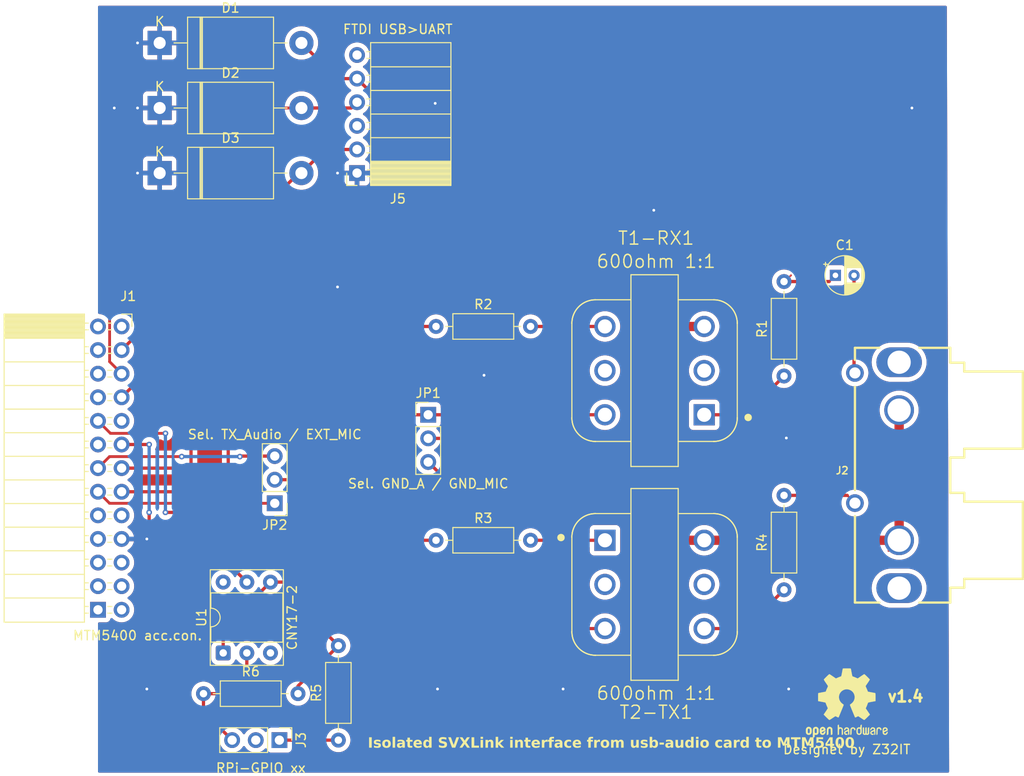
<source format=kicad_pcb>
(kicad_pcb (version 20241229) (generator "pcbnew") (generator_version "9.0")
  (layers (0 "F.Cu" signal) (2 "B.Cu" signal) (13 "F.Paste" user) (15 "B.Paste" user) (5 "F.SilkS" user "F.Silkscreen") (7 "B.SilkS" user "B.Silkscreen") (1 "F.Mask" user) (3 "B.Mask" user) (25 "Edge.Cuts" user))
  (net 0 "")
  (net 1 "Net-(C1-Pad1)")
  (net 2 "Net-(J3-Pin_3)")
  (net 3 "Net-(J3-Pin_1)")
  (net 5 "TXD")
  (net 8 "RXD")
  (net 9 "CTS")
  (net 10 "GND")
  (net 11 "GNDA")
  (net 12 "Net-(JP1-C)")
  (net 13 "GND_MIC")
  (net 14 "Net-(JP2-C)")
  (net 15 "Net-(R1-Pad1)")
  (net 16 "Net-(R2-Pad2)")
  (net 17 "Net-(R3-Pad2)")
  (net 18 "Net-(R4-Pad1)")
  (net 19 "Net-(R5-Pad2)")
  (net 26 "Net-(J1-RX_Audio)")
  (net 43 "Net-(J1-TX_Audio)")
  (net 44 "Net-(J1-PTT)")
  (net 45 "Net-(J1-EXT_MIC)")
  (net 46 "Net-(C1-Pad2)")
  (net 47 "GNDS")
  (net 48 "Net-(J2-Pad2)")
  (footprint "RCJ-2123:RCJ-2121" (layer "F.Cu") (at 133 80.5 180)
    (property "Reference" "J2" (at 4.5 0.5 0) (layer "F.SilkS") (effects (font (size 0.787402 0.787402))))
    (property "Value" "RCJ-2123")
    (pad "1" thru_hole circle (at -1.625 -7 180) (size 3.2 3.2) (drill 2.5) (layers "*.Cu" "*.Mask") (net 47 "GNDS"))
    (pad "2" thru_hole circle (at 3.125 -3 180) (size 1.9 1.9) (drill 1.2) (layers "*.Cu" "*.Mask") (net 48 "Net-(J2-Pad2)"))
    (pad "3" thru_hole circle (at -1.625 7 180) (size 3.2 3.2) (drill 2.5) (layers "*.Cu" "*.Mask") (net 47 "GNDS"))
    (pad "4" thru_hole circle (at 3.125 11 180) (size 1.9 1.9) (drill 1.2) (layers "*.Cu" "*.Mask") (net 46 "Net-(C1-Pad2)"))
    (pad "5" thru_hole custom (at -1.625 12.15 180) (size 3.2 3.2) (drill 2.5) (layers "*.Cu") (options (clearance outline) (anchor circle)) (primitives (gr_poly (pts (xy -0.85 -1.599) (xy -1.1 -1.579) (xy -1.344 -1.521) (xy -1.576 -1.425) (xy -1.79 -1.294) (xy -1.981 -1.131) (xy -2.144 -0.94) (xy -2.275 -0.726) (xy -2.371 -0.494) (xy -2.429 -0.25) (xy -2.449 0) (xy -2.429 0.25) (xy -2.371 0.494) (xy -2.275 0.726) (xy -2.144 0.94) (xy -1.981 1.131) (xy -1.79 1.294) (xy -1.576 1.425) (xy -1.344 1.521) (xy -1.1 1.579) (xy -0.85 1.599) (xy 0.85 1.599) (xy 1.1 1.579) (xy 1.344 1.521) (xy 1.576 1.425) (xy 1.79 1.294) (xy 1.981 1.131) (xy 2.144 0.94) (xy 2.275 0.726) (xy 2.371 0.494) (xy 2.429 0.25) (xy 2.449 0) (xy 2.429 -0.25) (xy 2.371 -0.494) (xy 2.275 -0.726) (xy 2.144 -0.94) (xy 1.981 -1.131) (xy 1.79 -1.294) (xy 1.576 -1.425) (xy 1.344 -1.521) (xy 1.1 -1.579) (xy 0.85 -1.599)) (width 0.002) (fill yes))))
    (pad "6" thru_hole custom (at -1.625 -12.15 180) (size 3.2 3.2) (drill 2.5) (layers "*.Cu") (options (clearance outline) (anchor circle)) (primitives (gr_poly (pts (xy -0.85 -1.599) (xy -1.1 -1.579) (xy -1.344 -1.521) (xy -1.576 -1.425) (xy -1.79 -1.294) (xy -1.981 -1.131) (xy -2.144 -0.94) (xy -2.275 -0.726) (xy -2.371 -0.494) (xy -2.429 -0.25) (xy -2.449 0) (xy -2.429 0.25) (xy -2.371 0.494) (xy -2.275 0.726) (xy -2.144 0.94) (xy -1.981 1.131) (xy -1.79 1.294) (xy -1.576 1.425) (xy -1.344 1.521) (xy -1.1 1.579) (xy -0.85 1.599) (xy 0.85 1.599) (xy 1.1 1.579) (xy 1.344 1.521) (xy 1.576 1.425) (xy 1.79 1.294) (xy 1.981 1.131) (xy 2.144 0.94) (xy 2.275 0.726) (xy 2.371 0.494) (xy 2.429 0.25) (xy 2.449 0) (xy 2.429 -0.25) (xy 2.371 -0.494) (xy 2.275 -0.726) (xy 2.144 -0.94) (xy 1.981 -1.131) (xy 1.79 -1.294) (xy 1.576 -1.425) (xy 1.344 -1.521) (xy 1.1 -1.579) (xy 0.85 -1.599)) (width 0.002) (fill yes))))
  )
  (footprint "Diode_THT:D_DO-201AE_P15.24mm_Horizontal" (layer "F.Cu") (at 55.13 48)
    (property "Reference" "D3" (at 7.62 -3.77 0) (layer "F.SilkS"))
    (property "Value" "1.5KE6.8CA")
    (fp_text user "K" (at 0 -2.3 0) (layer "F.SilkS"))
    (pad "1" thru_hole rect (at 0 0) (size 2.6 2.6) (drill 1.3) (layers "*.Cu" "*.Mask" "F.Adhes" "F.Paste") (net 10 "GND"))
    (pad "2" thru_hole oval (at 15.24 0) (size 2.6 2.6) (drill 1.3) (layers "*.Cu" "*.Mask") (net 9 "CTS"))
  )
  (footprint "Connector_PinHeader_2.54mm:PinHeader_1x03_P2.54mm_Vertical" (layer "F.Cu") (at 84 74)
    (property "Reference" "JP1" (at 0 -2.33 0) (layer "F.SilkS"))
    (property "Value" "Sel. GND_A / GND_MIC" (at 0 7.41 0) (layer "F.SilkS"))
    (pad "1" thru_hole rect (at 0 0) (size 1.7 1.7) (drill 1) (layers "*.Cu" "*.Mask") (net 11 "GNDA"))
    (pad "2" thru_hole oval (at 0 2.54) (size 1.7 1.7) (drill 1) (layers "*.Cu" "*.Mask") (net 12 "Net-(JP1-C)"))
    (pad "3" thru_hole oval (at 0 5.08) (size 1.7 1.7) (drill 1) (layers "*.Cu" "*.Mask") (net 13 "GND_MIC"))
  )
  (footprint "TY-145P:XFMR_TY-145P" (layer "F.Cu") (at 108.334 69.2498 180)
    (property "Reference" "T1-RX1" (at -0.166 14.2498 0) (layer "F.SilkS") (effects (font (size 1.400252 1.400252))))
    (property "Value" "600ohm 1:1" (at -0.166 11.7498 0) (layer "F.SilkS") (effects (font (size 1.400189 1.400189))))
    (pad "1" thru_hole rect (at -5.334 -4.7498 180) (size 2.286 2.286) (drill 1.524) (layers "*.Cu" "*.Mask") (net 15 "Net-(R1-Pad1)"))
    (pad "2" thru_hole circle (at -5.334 0 180) (size 2.286 2.286) (drill 1.524) (layers "*.Cu" "*.Mask"))
    (pad "3" thru_hole circle (at -5.334 4.7498 180) (size 2.286 2.286) (drill 1.524) (layers "*.Cu" "*.Mask") (net 47 "GNDS"))
    (pad "4" thru_hole circle (at 5.334 4.7498 180) (size 2.286 2.286) (drill 1.524) (layers "*.Cu" "*.Mask") (net 16 "Net-(R2-Pad2)"))
    (pad "5" thru_hole circle (at 5.334 0 180) (size 2.286 2.286) (drill 1.524) (layers "*.Cu" "*.Mask"))
    (pad "6" thru_hole circle (at 5.334 -4.7498 180) (size 2.286 2.286) (drill 1.524) (layers "*.Cu" "*.Mask") (net 11 "GNDA"))
  )
  (footprint "Resistor_THT:R_Axial_DIN0207_L6.3mm_D2.5mm_P10.16mm_Horizontal" (layer "F.Cu") (at 59.84 104)
    (property "Reference" "R6" (at 5.08 -2.37 0) (layer "F.SilkS"))
    (property "Value" "10K")
    (pad "1" thru_hole circle (at 0 0) (size 1.6 1.6) (drill 0.8) (layers "*.Cu" "*.Mask") (net 2 "Net-(J3-Pin_3)"))
    (pad "2" thru_hole oval (at 10.16 0) (size 1.6 1.6) (drill 0.8) (layers "*.Cu" "*.Mask") (net 19 "Net-(R5-Pad2)"))
  )
  (footprint "Diode_THT:D_DO-201AE_P15.24mm_Horizontal" (layer "F.Cu") (at 55.13 41)
    (property "Reference" "D2" (at 7.62 -3.77 0) (layer "F.SilkS"))
    (property "Value" "1.5KE6.8CA")
    (fp_text user "K" (at 0 -2.3 0) (layer "F.SilkS"))
    (pad "1" thru_hole rect (at 0 0) (size 2.6 2.6) (drill 1.3) (layers "*.Cu" "*.Mask" "F.Adhes" "F.Paste") (net 10 "GND"))
    (pad "2" thru_hole oval (at 15.24 0) (size 2.6 2.6) (drill 1.3) (layers "*.Cu" "*.Mask") (net 5 "TXD"))
  )
  (footprint "Connector_PinHeader_2.54mm:PinHeader_1x03_P2.54mm_Vertical" (layer "F.Cu") (at 67.5 83.525 180)
    (property "Reference" "JP2" (at 0 -2.33 0) (layer "F.SilkS"))
    (property "Value" "Sel. TX_Audio / EXT_MIC" (at 0 7.41 0) (layer "F.SilkS"))
    (pad "1" thru_hole rect (at 0 0 180) (size 1.7 1.7) (drill 1) (layers "*.Cu" "*.Mask") (net 43 "Net-(J1-TX_Audio)"))
    (pad "2" thru_hole oval (at 0 2.54 180) (size 1.7 1.7) (drill 1) (layers "*.Cu" "*.Mask") (net 14 "Net-(JP2-C)"))
    (pad "3" thru_hole oval (at 0 5.08 180) (size 1.7 1.7) (drill 1) (layers "*.Cu" "*.Mask") (net 45 "Net-(J1-EXT_MIC)"))
  )
  (footprint "Diode_THT:D_DO-201AE_P15.24mm_Horizontal" (layer "F.Cu") (at 55.13 34)
    (property "Reference" "D1" (at 7.62 -3.77 0) (layer "F.SilkS"))
    (property "Value" "1.5KE6.8CA")
    (fp_text user "K" (at 0 -2.3 0) (layer "F.SilkS"))
    (pad "1" thru_hole rect (at 0 0) (size 2.6 2.6) (drill 1.3) (layers "*.Cu" "*.Mask" "F.Adhes" "F.Paste") (net 10 "GND"))
    (pad "2" thru_hole oval (at 15.24 0) (size 2.6 2.6) (drill 1.3) (layers "*.Cu" "*.Mask") (net 8 "RXD"))
  )
  (footprint "Resistor_THT:R_Axial_DIN0207_L6.3mm_D2.5mm_P10.16mm_Horizontal" (layer "F.Cu") (at 74.34 109 90)
    (property "Reference" "R5" (at 5.08 -2.37 90) (layer "F.SilkS"))
    (property "Value" "330R")
    (pad "1" thru_hole circle (at 0 0 90) (size 1.6 1.6) (drill 0.8) (layers "*.Cu" "*.Mask") (net 3 "Net-(J3-Pin_1)"))
    (pad "2" thru_hole oval (at 10.16 0 90) (size 1.6 1.6) (drill 0.8) (layers "*.Cu" "*.Mask") (net 19 "Net-(R5-Pad2)"))
  )
  (footprint "Capacitor_THT:CP_Radial_D4.0mm_P2.00mm" (layer "F.Cu") (at 127.777401 59)
    (property "Reference" "C1" (at 1 -3.25 0) (layer "F.SilkS"))
    (property "Value" "4u7/16V")
    (pad "1" thru_hole rect (at 0 0) (size 1.2 1.2) (drill 0.6) (layers "*.Cu" "*.Mask") (net 1 "Net-(C1-Pad1)"))
    (pad "2" thru_hole circle (at 2 0) (size 1.2 1.2) (drill 0.6) (layers "*.Cu" "*.Mask") (net 46 "Net-(C1-Pad2)"))
  )
  (footprint "Connector_PinHeader_2.54mm:PinHeader_1x03_P2.54mm_Vertical" (layer "F.Cu") (at 68 109 -90)
    (property "Reference" "J3" (at 0 -2.33 90) (layer "F.SilkS"))
    (property "Value" "RPi-GPIO xx" (at 3 2 0) (layer "F.SilkS"))
    (pad "1" thru_hole rect (at 0 0 270) (size 1.7 1.7) (drill 1) (layers "*.Cu" "*.Mask") (net 3 "Net-(J3-Pin_1)"))
    (pad "2" thru_hole oval (at 0 2.54 270) (size 1.7 1.7) (drill 1) (layers "*.Cu" "*.Mask"))
    (pad "3" thru_hole oval (at 0 5.08 270) (size 1.7 1.7) (drill 1) (layers "*.Cu" "*.Mask") (net 2 "Net-(J3-Pin_3)"))
  )
  (footprint "Connector_PinSocket_2.54mm:PinSocket_1x06_P2.54mm_Horizontal" (layer "F.Cu") (at 76.35 48 180)
    (property "Reference" "J5" (at -4.38 -2.77 0) (layer "F.SilkS"))
    (property "Value" "FTDI USB>UART" (at -4.38 15.47 0) (layer "F.SilkS"))
    (pad "1" thru_hole rect (at 0 0 180) (size 1.7 1.7) (drill 1) (layers "*.Cu" "*.Mask" "F.Adhes" "F.Paste") (net 10 "GND"))
    (pad "2" thru_hole oval (at 0 2.54 180) (size 1.7 1.7) (drill 1) (layers "*.Cu" "*.Mask") (net 9 "CTS"))
    (pad "3" thru_hole oval (at 0 5.08 180) (size 1.7 1.7) (drill 1) (layers "*.Cu" "*.Mask"))
    (pad "4" thru_hole oval (at 0 7.62 180) (size 1.7 1.7) (drill 1) (layers "*.Cu" "*.Mask") (net 5 "TXD"))
    (pad "5" thru_hole oval (at 0 10.16 180) (size 1.7 1.7) (drill 1) (layers "*.Cu" "*.Mask") (net 8 "RXD"))
    (pad "6" thru_hole oval (at 0 12.7 180) (size 1.7 1.7) (drill 1) (layers "*.Cu" "*.Mask"))
  )
  (footprint "Resistor_THT:R_Axial_DIN0207_L6.3mm_D2.5mm_P10.16mm_Horizontal" (layer "F.Cu") (at 84.84 64.5)
    (property "Reference" "R2" (at 5.08 -2.37 0) (layer "F.SilkS"))
    (property "Value" "68R")
    (pad "1" thru_hole circle (at 0 0) (size 1.6 1.6) (drill 0.8) (layers "*.Cu" "*.Mask") (net 26 "Net-(J1-RX_Audio)"))
    (pad "2" thru_hole oval (at 10.16 0) (size 1.6 1.6) (drill 0.8) (layers "*.Cu" "*.Mask") (net 16 "Net-(R2-Pad2)"))
  )
  (footprint "Resistor_THT:R_Axial_DIN0207_L6.3mm_D2.5mm_P10.16mm_Horizontal" (layer "F.Cu") (at 122.25 92.83 90)
    (property "Reference" "R4" (at 5.08 -2.37 90) (layer "F.SilkS"))
    (property "Value" "68R")
    (pad "1" thru_hole circle (at 0 0 90) (size 1.6 1.6) (drill 0.8) (layers "*.Cu" "*.Mask") (net 18 "Net-(R4-Pad1)"))
    (pad "2" thru_hole oval (at 10.16 0 90) (size 1.6 1.6) (drill 0.8) (layers "*.Cu" "*.Mask") (net 48 "Net-(J2-Pad2)"))
  )
  (footprint "Connector_PinSocket_2.54mm:MTM5400_1" (layer "F.Cu") (at 51.04 64.5)
    (property "Reference" "J1" (at 0.71 -3.25 0) (layer "F.SilkS"))
    (property "Value" "MTM5400 acc.con." (at 1.71 33.25 0) (layer "F.SilkS"))
    (pad "1" thru_hole rect (at -2.54 30.48) (size 1.7 1.7) (drill 1) (layers "*.Cu" "*.Mask"))
    (pad "2" thru_hole oval (at 0 30.48) (size 1.7 1.7) (drill 1) (layers "*.Cu" "*.Mask"))
    (pad "3" thru_hole oval (at -2.54 27.94) (size 1.7 1.7) (drill 1) (layers "*.Cu" "*.Mask"))
    (pad "4" thru_hole oval (at 0 27.94) (size 1.7 1.7) (drill 1) (layers "*.Cu" "*.Mask"))
    (pad "5" thru_hole oval (at -2.54 25.4) (size 1.7 1.7) (drill 1) (layers "*.Cu" "*.Mask"))
    (pad "6" thru_hole oval (at 0 25.4) (size 1.7 1.7) (drill 1) (layers "*.Cu" "*.Mask"))
    (pad "7" thru_hole oval (at -2.54 22.86) (size 1.7 1.7) (drill 1) (layers "*.Cu" "*.Mask"))
    (pad "8" thru_hole oval (at 0 22.86) (size 1.7 1.7) (drill 1) (layers "*.Cu" "*.Mask" "F.Adhes" "F.Paste") (net 10 "GND"))
    (pad "9" thru_hole oval (at -2.54 20.32) (size 1.7 1.7) (drill 1) (layers "*.Cu" "*.Mask"))
    (pad "10" thru_hole oval (at 0 20.32) (size 1.7 1.7) (drill 1) (layers "*.Cu" "*.Mask"))
    (pad "11" thru_hole oval (at -2.54 17.78) (size 1.7 1.7) (drill 1) (layers "*.Cu" "*.Mask") (net 43 "Net-(J1-TX_Audio)"))
    (pad "12" thru_hole oval (at 0 17.78) (size 1.7 1.7) (drill 1) (layers "*.Cu" "*.Mask") (net 11 "GNDA"))
    (pad "13" thru_hole oval (at -2.54 15.24) (size 1.7 1.7) (drill 1) (layers "*.Cu" "*.Mask") (net 45 "Net-(J1-EXT_MIC)"))
    (pad "14" thru_hole oval (at 0 15.24) (size 1.7 1.7) (drill 1) (layers "*.Cu" "*.Mask") (net 26 "Net-(J1-RX_Audio)"))
    (pad "15" thru_hole oval (at -2.54 12.7) (size 1.7 1.7) (drill 1) (layers "*.Cu" "*.Mask"))
    (pad "16" thru_hole oval (at 0 12.7) (size 1.7 1.7) (drill 1) (layers "*.Cu" "*.Mask") (net 13 "GND_MIC"))
    (pad "17" thru_hole oval (at -2.54 10.16) (size 1.7 1.7) (drill 1) (layers "*.Cu" "*.Mask") (net 44 "Net-(J1-PTT)"))
    (pad "18" thru_hole oval (at 0 10.16) (size 1.7 1.7) (drill 1) (layers "*.Cu" "*.Mask"))
    (pad "19" thru_hole oval (at -2.54 7.62) (size 1.7 1.7) (drill 1) (layers "*.Cu" "*.Mask"))
    (pad "20" thru_hole oval (at 0 7.62) (size 1.7 1.7) (drill 1) (layers "*.Cu" "*.Mask") (net 8 "RXD"))
    (pad "21" thru_hole oval (at -2.54 5.08) (size 1.7 1.7) (drill 1) (layers "*.Cu" "*.Mask"))
    (pad "22" thru_hole oval (at 0 5.08) (size 1.7 1.7) (drill 1) (layers "*.Cu" "*.Mask") (net 5 "TXD"))
    (pad "23" thru_hole oval (at -2.54 2.54) (size 1.7 1.7) (drill 1) (layers "*.Cu" "*.Mask"))
    (pad "24" thru_hole oval (at 0 2.54) (size 1.7 1.7) (drill 1) (layers "*.Cu" "*.Mask") (net 9 "CTS"))
    (pad "25" thru_hole oval (at -2.54 0) (size 1.7 1.7) (drill 1) (layers "*.Cu" "*.Mask"))
    (pad "26" thru_hole oval (at 0 0) (size 1.7 1.7) (drill 1) (layers "*.Cu" "*.Mask"))
  )
  (footprint "Resistor_THT:R_Axial_DIN0207_L6.3mm_D2.5mm_P10.16mm_Horizontal" (layer "F.Cu") (at 122.25 69.83 90)
    (property "Reference" "R1" (at 5.08 -2.37 90) (layer "F.SilkS"))
    (property "Value" "68R")
    (pad "1" thru_hole circle (at 0 0 90) (size 1.6 1.6) (drill 0.8) (layers "*.Cu" "*.Mask") (net 15 "Net-(R1-Pad1)"))
    (pad "2" thru_hole oval (at 10.16 0 90) (size 1.6 1.6) (drill 0.8) (layers "*.Cu" "*.Mask") (net 1 "Net-(C1-Pad1)"))
  )
  (footprint "Resistor_THT:R_Axial_DIN0207_L6.3mm_D2.5mm_P10.16mm_Horizontal" (layer "F.Cu") (at 84.84 87.5)
    (property "Reference" "R3" (at 5.08 -2.37 0) (layer "F.SilkS"))
    (property "Value" "68R")
    (pad "1" thru_hole circle (at 0 0) (size 1.6 1.6) (drill 0.8) (layers "*.Cu" "*.Mask") (net 14 "Net-(JP2-C)"))
    (pad "2" thru_hole oval (at 10.16 0) (size 1.6 1.6) (drill 0.8) (layers "*.Cu" "*.Mask") (net 17 "Net-(R3-Pad2)"))
  )
  (footprint "TY-145P:XFMR_TY-145P" (layer "F.Cu") (at 108.334 92.2498)
    (property "Reference" "T2-TX1" (at 0.166 13.7502 0) (layer "F.SilkS") (effects (font (size 1.400252 1.400252))))
    (property "Value" "600ohm 1:1" (at 0.166 11.71168 0) (layer "F.SilkS") (effects (font (size 1.400189 1.400189))))
    (pad "1" thru_hole rect (at -5.334 -4.7498) (size 2.286 2.286) (drill 1.524) (layers "*.Cu" "*.Mask") (net 17 "Net-(R3-Pad2)"))
    (pad "2" thru_hole circle (at -5.334 0) (size 2.286 2.286) (drill 1.524) (layers "*.Cu" "*.Mask"))
    (pad "3" thru_hole circle (at -5.334 4.7498) (size 2.286 2.286) (drill 1.524) (layers "*.Cu" "*.Mask") (net 12 "Net-(JP1-C)"))
    (pad "4" thru_hole circle (at 5.334 4.7498) (size 2.286 2.286) (drill 1.524) (layers "*.Cu" "*.Mask") (net 18 "Net-(R4-Pad1)"))
    (pad "5" thru_hole circle (at 5.334 0) (size 2.286 2.286) (drill 1.524) (layers "*.Cu" "*.Mask"))
    (pad "6" thru_hole circle (at 5.334 -4.7498) (size 2.286 2.286) (drill 1.524) (layers "*.Cu" "*.Mask") (net 47 "GNDS"))
  )
  (footprint "Package_DIP:DIP-6_W7.62mm_Socket" (layer "F.Cu") (at 61.96 99.62 90)
    (property "Reference" "U1" (at 3.81 -2.33 90) (layer "F.SilkS"))
    (property "Value" "CNY17-2" (at 3.81 7.41 90) (layer "F.SilkS"))
    (pad "1" thru_hole roundrect (at 0 0 90) (size 1.6 1.6) (drill 0.8) (layers "*.Cu" "*.Mask") (roundrect_rratio 0.15625) (net 19 "Net-(R5-Pad2)"))
    (pad "2" thru_hole circle (at 0 2.54 90) (size 1.6 1.6) (drill 0.8) (layers "*.Cu" "*.Mask") (net 2 "Net-(J3-Pin_3)"))
    (pad "3" thru_hole circle (at 0 5.08 90) (size 1.6 1.6) (drill 0.8) (layers "*.Cu" "*.Mask"))
    (pad "4" thru_hole circle (at 7.62 5.08 90) (size 1.6 1.6) (drill 0.8) (layers "*.Cu" "*.Mask") (net 13 "GND_MIC"))
    (pad "5" thru_hole circle (at 7.62 2.54 90) (size 1.6 1.6) (drill 0.8) (layers "*.Cu" "*.Mask") (net 44 "Net-(J1-PTT)"))
    (pad "6" thru_hole circle (at 7.62 0 90) (size 1.6 1.6) (drill 0.8) (layers "*.Cu" "*.Mask"))
  )
  (footprint "Symbol:OSHW-Logo2_9.8x8mm_SilkScreen" (layer "F.Cu") (at 129 105)
    (property "Reference" "REF**" (hide yes))
    (property "Value" "OSHW-Logo2_9.8x8mm_SilkScreen" (hide yes))
    (property "Description" "Designet by Z32IT" (at 0 5 0) (layer "F.SilkS"))
  )
  (gr_rect (start 88 34) (end 132 49) (stroke (width 0.2)) (fill no) (layer "F.Cu"))
  (gr_text "FTDI USB - UART converter" (at 95.5 41.5 0) (layer "F.Cu") (effects (font (size 1.5 1.5) (thickness 0.3) (bold yes)) (justify left bottom)))
  (gr_text "v1.4" (at 133.25 105 0) (layer "F.SilkS") (effects (font (size 1.2 1.2) (thickness 0.275) (bold yes)) (justify left bottom)))
  (gr_text "Isolated SVXLink interface from usb-audio card to MTM5400" (at 77.5 110 0) (layer "F.SilkS") (effects (font (size 1.1 1.1) (thickness 0.25) (bold yes)) (justify left bottom)))
  (segment (start 122.92 59.08) (end 123 59) (width 0.2) (layer "F.Cu") (net 1))
  (segment (start 127.107401 59.67) (end 127.777401 59) (width 0.2) (layer "F.Cu") (net 1))
  (segment (start 122.25 59.67) (end 127.107401 59.67) (width 0.35) (layer "F.Cu") (net 1))
  (segment (start 59.84 105.92) (end 59.84 104) (width 0.35) (layer "F.Cu") (net 2))
  (segment (start 59.84 104) (end 62 104) (width 0.35) (layer "F.Cu") (net 2))
  (segment (start 62.92 109) (end 59.84 105.92) (width 0.35) (layer "F.Cu") (net 2))
  (segment (start 62 104) (end 64.5 101.5) (width 0.35) (layer "F.Cu") (net 2))
  (segment (start 64.5 101.5) (end 64.5 99.62) (width 0.35) (layer "F.Cu") (net 2))
  (segment (start 68 109) (end 74.34 109) (width 0.35) (layer "F.Cu") (net 3))
  (segment (start 49.75 59) (end 67.75 41) (width 0.3) (layer "F.Cu") (net 5))
  (segment (start 49.75 68.29) (end 49.75 59) (width 0.3) (layer "F.Cu") (net 5))
  (segment (start 51.04 69.58) (end 49.75 68.29) (width 0.3) (layer "F.Cu") (net 5))
  (segment (start 67.75 41) (end 70.37 41) (width 0.3) (layer "F.Cu") (net 5))
  (segment (start 75.73 41) (end 76.35 40.38) (width 0.2) (layer "F.Cu") (net 5))
  (segment (start 70.37 41) (end 75.73 41) (width 0.35) (layer "F.Cu") (net 5))
  (segment (start 74.21 37.84) (end 76.35 37.84) (width 0.35) (layer "F.Cu") (net 8))
  (segment (start 70.66 52.5) (end 82.5 52.5) (width 0.35) (layer "F.Cu") (net 8))
  (segment (start 51.04 72.12) (end 70.66 52.5) (width 0.35) (layer "F.Cu") (net 8))
  (segment (start 82.5 52.5) (end 82.5 43.99) (width 0.35) (layer "F.Cu") (net 8))
  (segment (start 82.5 43.99) (end 76.35 37.84) (width 0.35) (layer "F.Cu") (net 8))
  (segment (start 70.37 34) (end 74.21 37.84) (width 0.35) (layer "F.Cu") (net 8))
  (segment (start 70.37 48) (end 72.91 45.46) (width 0.35) (layer "F.Cu") (net 9))
  (segment (start 51.04 67.04) (end 70.08 48) (width 0.35) (layer "F.Cu") (net 9))
  (segment (start 72.91 45.46) (end 76.35 45.46) (width 0.35) (layer "F.Cu") (net 9))
  (segment (start 70.08 48) (end 70.37 48) (width 0.2) (layer "F.Cu") (net 9))
  (segment (start 52.75 48) (end 55.13 48) (width 0.2) (layer "F.Cu") (net 10))
  (segment (start 52.75 34) (end 55.13 34) (width 0.2) (layer "F.Cu") (net 10))
  (segment (start 52.75 41) (end 55.13 41) (width 0.2) (layer "F.Cu") (net 10))
  (segment (start 74.25 48) (end 76.35 48) (width 0.2) (layer "F.Cu") (net 10))
  (segment (start 53.75 87.36) (end 51.04 87.36) (width 0.2) (layer "F.Cu") (net 10))
  (via (at 122.75 103.5) (size 0.6) (drill 0.3) (layers "F.Cu" "B.Cu") (net 10))
  (via (at 53.75 87.36) (size 0.6) (drill 0.3) (layers "F.Cu" "B.Cu") (net 10))
  (via (at 52.75 41) (size 0.6) (drill 0.3) (layers "F.Cu" "B.Cu") (net 10))
  (via (at 52.75 48) (size 0.6) (drill 0.3) (layers "F.Cu" "B.Cu") (net 10))
  (via (at 108.25 52) (size 0.6) (drill 0.3) (layers "F.Cu" "B.Cu") (net 10))
  (via (at 84.75 40.5) (size 0.6) (drill 0.3) (layers "F.Cu" "B.Cu") (net 10))
  (via (at 136 41) (size 0.6) (drill 0.3) (layers "F.Cu" "B.Cu") (net 10))
  (via (at 74.25 60.25) (size 0.6) (drill 0.3) (layers "F.Cu" "B.Cu") (net 10))
  (via (at 122.5 76.5) (size 0.6) (drill 0.3) (layers "F.Cu" "B.Cu") (net 10))
  (via (at 98.5 103.5) (size 0.6) (drill 0.3) (layers "F.Cu" "B.Cu") (net 10))
  (via (at 52.75 34) (size 0.6) (drill 0.3) (layers "F.Cu" "B.Cu") (net 10))
  (via (at 90 69.75) (size 0.6) (drill 0.3) (layers "F.Cu" "B.Cu") (net 10))
  (via (at 53.75 103.5) (size 0.6) (drill 0.3) (layers "F.Cu" "B.Cu") (net 10))
  (via (at 85 103.5) (size 0.6) (drill 0.3) (layers "F.Cu" "B.Cu") (net 10))
  (via (at 50.25 41) (size 0.6) (drill 0.3) (layers "F.Cu" "B.Cu") (net 10))
  (via (at 74.25 48) (size 0.6) (drill 0.3) (layers "F.Cu" "B.Cu") (net 10))
  (segment (start 62.5 74) (end 84 74) (width 0.35) (layer "F.Cu") (net 11))
  (segment (start 61.72 82.28) (end 62.5 81.5) (width 0.35) (layer "F.Cu") (net 11))
  (segment (start 102.9996 74) (end 103 73.9996) (width 0.2) (layer "F.Cu") (net 11))
  (segment (start 84 74) (end 102.9996 74) (width 0.35) (layer "F.Cu") (net 11))
  (segment (start 51.04 82.28) (end 61.72 82.28) (width 0.35) (layer "F.Cu") (net 11))
  (segment (start 62.5 81.5) (end 62.5 74) (width 0.35) (layer "F.Cu") (net 11))
  (segment (start 93 77) (end 92.5 76.5) (width 0.35) (layer "F.Cu") (net 12))
  (segment (start 92.46 76.54) (end 84 76.54) (width 0.35) (layer "F.Cu") (net 12))
  (segment (start 98.7496 96.9996) (end 93 91.25) (width 0.35) (layer "F.Cu") (net 12))
  (segment (start 92.5 76.5) (end 92.46 76.54) (width 0.2) (layer "F.Cu") (net 12))
  (segment (start 93 91.25) (end 93 77) (width 0.35) (layer "F.Cu") (net 12))
  (segment (start 103 96.9996) (end 98.7496 96.9996) (width 0.35) (layer "F.Cu") (net 12))
  (segment (start 54 84.5) (end 54 85.5) (width 0.35) (layer "F.Cu") (net 13))
  (segment (start 54 85.5) (end 56.5 88) (width 0.35) (layer "F.Cu") (net 13))
  (segment (start 56.5 94) (end 65.04 94) (width 0.35) (layer "F.Cu") (net 13))
  (segment (start 87.25 82.33) (end 84 79.08) (width 0.35) (layer "F.Cu") (net 13))
  (segment (start 54 77.2) (end 51.04 77.2) (width 0.35) (layer "F.Cu") (net 13))
  (segment (start 87.25 92) (end 87.25 82.33) (width 0.35) (layer "F.Cu") (net 13))
  (segment (start 56.5 88) (end 56.5 94) (width 0.35) (layer "F.Cu") (net 13))
  (segment (start 65.04 94) (end 67.04 92) (width 0.35) (layer "F.Cu") (net 13))
  (segment (start 67.04 92) (end 87.25 92) (width 0.35) (layer "F.Cu") (net 13))
  (via (at 54 77.2) (size 0.6) (drill 0.3) (layers "F.Cu" "B.Cu") (net 13))
  (via (at 54 84.5) (size 0.6) (drill 0.3) (layers "F.Cu" "B.Cu") (net 13))
  (segment (start 54 77.2) (end 54 84.5) (width 0.35) (layer "B.Cu") (net 13))
  (segment (start 72.485 80.985) (end 67.5 80.985) (width 0.35) (layer "F.Cu") (net 14))
  (segment (start 79 87.5) (end 72.485 80.985) (width 0.35) (layer "F.Cu") (net 14))
  (segment (start 84.84 87.5) (end 79 87.5) (width 0.35) (layer "F.Cu") (net 14))
  (segment (start 113.668 73.9996) (end 118.0804 73.9996) (width 0.35) (layer "F.Cu") (net 15))
  (segment (start 118.0804 73.9996) (end 122.25 69.83) (width 0.35) (layer "F.Cu") (net 15))
  (segment (start 103 64.5) (end 95 64.5) (width 0.35) (layer "F.Cu") (net 16))
  (segment (start 103 87.5) (end 95 87.5) (width 0.35) (layer "F.Cu") (net 17))
  (segment (start 118.0804 96.9996) (end 122.25 92.83) (width 0.35) (layer "F.Cu") (net 18))
  (segment (start 113.6684 97) (end 113.668 96.9996) (width 0.2) (layer "F.Cu") (net 18))
  (segment (start 113.668 96.9996) (end 118.0804 96.9996) (width 0.35) (layer "F.Cu") (net 18))
  (segment (start 61.96 99.62) (end 61.96 96.79) (width 0.35) (layer "F.Cu") (net 19))
  (segment (start 61.96 96.79) (end 63 95.75) (width 0.35) (layer "F.Cu") (net 19))
  (segment (start 74.34 98.84) (end 70 103.18) (width 0.35) (layer "F.Cu") (net 19))
  (segment (start 70 103.18) (end 70 104) (width 0.2) (layer "F.Cu") (net 19))
  (segment (start 71.25 95.75) (end 74.34 98.84) (width 0.35) (layer "F.Cu") (net 19))
  (segment (start 63 95.75) (end 71.25 95.75) (width 0.35) (layer "F.Cu") (net 19))
  (segment (start 58.5 69) (end 78 69) (width 0.35) (layer "F.Cu") (net 26))
  (segment (start 58.26 79.74) (end 58.5 79.5) (width 0.35) (layer "F.Cu") (net 26))
  (segment (start 78 69) (end 82.5 64.5) (width 0.35) (layer "F.Cu") (net 26))
  (segment (start 82.5 64.5) (end 84.84 64.5) (width 0.35) (layer "F.Cu") (net 26))
  (segment (start 58.5 79.5) (end 58.5 69) (width 0.35) (layer "F.Cu") (net 26))
  (segment (start 51.04 79.74) (end 58.26 79.74) (width 0.35) (layer "F.Cu") (net 26))
  (segment (start 49.745 83.525) (end 67.5 83.525) (width 0.3) (layer "F.Cu") (net 43))
  (segment (start 48.5 82.28) (end 49.745 83.525) (width 0.3) (layer "F.Cu") (net 43))
  (segment (start 48.5 74.66) (end 49.84 76) (width 0.3) (layer "F.Cu") (net 44))
  (segment (start 57 84.5) (end 64.5 92) (width 0.35) (layer "F.Cu") (net 44))
  (segment (start 55.75 84.5) (end 57 84.5) (width 0.35) (layer "F.Cu") (net 44))
  (segment (start 49.84 76) (end 55.75 76) (width 0.3) (layer "F.Cu") (net 44))
  (via (at 55.75 84.5) (size 0.6) (drill 0.3) (layers "F.Cu" "B.Cu") (net 44))
  (via (at 55.75 76) (size 0.6) (drill 0.3) (layers "F.Cu" "B.Cu") (net 44))
  (segment (start 55.75 76) (end 55.75 84.5) (width 0.35) (layer "B.Cu") (net 44))
  (segment (start 63.75 78.5) (end 63.805 78.445) (width 0.2) (layer "F.Cu") (net 45))
  (segment (start 48.5 79.74) (end 49.74 78.5) (width 0.3) (layer "F.Cu") (net 45))
  (segment (start 63.805 78.445) (end 67.5 78.445) (width 0.35) (layer "F.Cu") (net 45))
  (segment (start 49.74 78.5) (end 57.5 78.5) (width 0.3) (layer "F.Cu") (net 45))
  (via (at 57.5 78.5) (size 0.6) (drill 0.3) (layers "F.Cu" "B.Cu") (net 45))
  (via (at 63.75 78.5) (size 0.6) (drill 0.3) (layers "F.Cu" "B.Cu") (net 45))
  (segment (start 57.5 78.5) (end 63.75 78.5) (width 0.35) (layer "B.Cu") (net 45))
  (segment (start 129.777401 59) (end 129.777401 69.402401) (width 0.35) (layer "F.Cu") (net 46))
  (segment (start 129.777401 69.402401) (end 129.875 69.5) (width 0.2) (layer "F.Cu") (net 46))
  (segment (start 108.5 87.5) (end 108.5 64.5) (width 1) (layer "F.Cu") (net 47))
  (segment (start 133.482 88.643) (end 134.625 87.5) (width 0.2) (layer "F.Cu") (net 47))
  (segment (start 113.668 87.5) (end 108.5 87.5) (width 1) (layer "F.Cu") (net 47))
  (segment (start 108.5 64.5) (end 113.668 64.5) (width 1) (layer "F.Cu") (net 47))
  (segment (start 113.668 87.5) (end 134.625 87.5) (width 1) (layer "F.Cu") (net 47))
  (segment (start 134.625 73.5) (end 134.625 87.5) (width 1) (layer "F.Cu") (net 47))
  (segment (start 122.25 82.67) (end 129.045 82.67) (width 0.35) (layer "F.Cu") (net 48))
  (segment (start 129.045 82.67) (end 129.875 83.5) (width 0.2) (layer "F.Cu") (net 48))
  (zone (net 10) (net_name "GND") (layers "F.Cu" "B.Cu") (connect_pads (clearance 0.5)) (min_thickness 0.25) (fill yes (thermal_gap 0.5) (thermal_bridge_width 0.5))
    (polygon (pts (xy 48.5 30) (xy 139.75 30) (xy 140 112.5) (xy 48.5 112.5)))
  )
)
</source>
